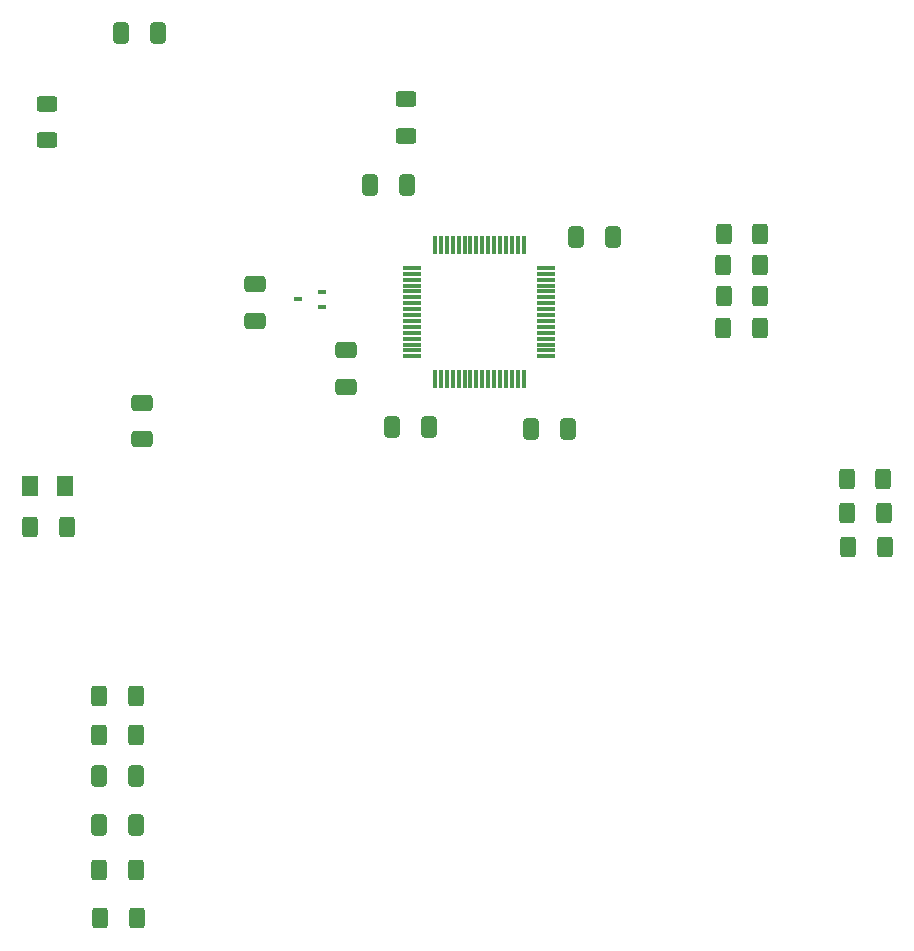
<source format=gbr>
%TF.GenerationSoftware,KiCad,Pcbnew,7.0.10*%
%TF.CreationDate,2024-03-06T16:59:48-05:00*%
%TF.ProjectId,Senior Design,53656e69-6f72-4204-9465-7369676e2e6b,rev?*%
%TF.SameCoordinates,Original*%
%TF.FileFunction,Paste,Top*%
%TF.FilePolarity,Positive*%
%FSLAX46Y46*%
G04 Gerber Fmt 4.6, Leading zero omitted, Abs format (unit mm)*
G04 Created by KiCad (PCBNEW 7.0.10) date 2024-03-06 16:59:48*
%MOMM*%
%LPD*%
G01*
G04 APERTURE LIST*
G04 Aperture macros list*
%AMRoundRect*
0 Rectangle with rounded corners*
0 $1 Rounding radius*
0 $2 $3 $4 $5 $6 $7 $8 $9 X,Y pos of 4 corners*
0 Add a 4 corners polygon primitive as box body*
4,1,4,$2,$3,$4,$5,$6,$7,$8,$9,$2,$3,0*
0 Add four circle primitives for the rounded corners*
1,1,$1+$1,$2,$3*
1,1,$1+$1,$4,$5*
1,1,$1+$1,$6,$7*
1,1,$1+$1,$8,$9*
0 Add four rect primitives between the rounded corners*
20,1,$1+$1,$2,$3,$4,$5,0*
20,1,$1+$1,$4,$5,$6,$7,0*
20,1,$1+$1,$6,$7,$8,$9,0*
20,1,$1+$1,$8,$9,$2,$3,0*%
G04 Aperture macros list end*
%ADD10RoundRect,0.250000X0.650000X-0.412500X0.650000X0.412500X-0.650000X0.412500X-0.650000X-0.412500X0*%
%ADD11RoundRect,0.250000X-0.412500X-0.650000X0.412500X-0.650000X0.412500X0.650000X-0.412500X0.650000X0*%
%ADD12RoundRect,0.250000X0.400000X0.625000X-0.400000X0.625000X-0.400000X-0.625000X0.400000X-0.625000X0*%
%ADD13RoundRect,0.250000X0.412500X0.650000X-0.412500X0.650000X-0.412500X-0.650000X0.412500X-0.650000X0*%
%ADD14RoundRect,0.250001X0.462499X0.624999X-0.462499X0.624999X-0.462499X-0.624999X0.462499X-0.624999X0*%
%ADD15RoundRect,0.250000X-0.625000X0.400000X-0.625000X-0.400000X0.625000X-0.400000X0.625000X0.400000X0*%
%ADD16RoundRect,0.075000X-0.700000X-0.075000X0.700000X-0.075000X0.700000X0.075000X-0.700000X0.075000X0*%
%ADD17RoundRect,0.075000X-0.075000X-0.700000X0.075000X-0.700000X0.075000X0.700000X-0.075000X0.700000X0*%
%ADD18RoundRect,0.250000X-0.650000X0.412500X-0.650000X-0.412500X0.650000X-0.412500X0.650000X0.412500X0*%
%ADD19RoundRect,0.250000X-0.400000X-0.625000X0.400000X-0.625000X0.400000X0.625000X-0.400000X0.625000X0*%
%ADD20R,0.700000X0.450000*%
G04 APERTURE END LIST*
D10*
%TO.C,C10*%
X157750000Y-85952500D03*
X157750000Y-82827500D03*
%TD*%
D11*
%TO.C,C7*%
X136775000Y-123000000D03*
X139900000Y-123000000D03*
%TD*%
D12*
%TO.C,R9*%
X192790000Y-78210000D03*
X189690000Y-78210000D03*
%TD*%
D13*
%TO.C,C9*%
X164725000Y-89300000D03*
X161600000Y-89300000D03*
%TD*%
D11*
%TO.C,C6*%
X136800000Y-118900000D03*
X139925000Y-118900000D03*
%TD*%
D14*
%TO.C,Power1*%
X133950000Y-94300000D03*
X130975000Y-94300000D03*
%TD*%
D11*
%TO.C,C4*%
X177155000Y-73210000D03*
X180280000Y-73210000D03*
%TD*%
D15*
%TO.C,R5*%
X132400000Y-61950000D03*
X132400000Y-65050000D03*
%TD*%
%TO.C,R6*%
X162800000Y-61550000D03*
X162800000Y-64650000D03*
%TD*%
D12*
%TO.C,R3*%
X139930000Y-126830000D03*
X136830000Y-126830000D03*
%TD*%
D10*
%TO.C,C2*%
X149970000Y-80372500D03*
X149970000Y-77247500D03*
%TD*%
D16*
%TO.C,U1*%
X163325000Y-75850000D03*
X163325000Y-76350000D03*
X163325000Y-76850000D03*
X163325000Y-77350000D03*
X163325000Y-77850000D03*
X163325000Y-78350000D03*
X163325000Y-78850000D03*
X163325000Y-79350000D03*
X163325000Y-79850000D03*
X163325000Y-80350000D03*
X163325000Y-80850000D03*
X163325000Y-81350000D03*
X163325000Y-81850000D03*
X163325000Y-82350000D03*
X163325000Y-82850000D03*
X163325000Y-83350000D03*
D17*
X165250000Y-85275000D03*
X165750000Y-85275000D03*
X166250000Y-85275000D03*
X166750000Y-85275000D03*
X167250000Y-85275000D03*
X167750000Y-85275000D03*
X168250000Y-85275000D03*
X168750000Y-85275000D03*
X169250000Y-85275000D03*
X169750000Y-85275000D03*
X170250000Y-85275000D03*
X170750000Y-85275000D03*
X171250000Y-85275000D03*
X171750000Y-85275000D03*
X172250000Y-85275000D03*
X172750000Y-85275000D03*
D16*
X174675000Y-83350000D03*
X174675000Y-82850000D03*
X174675000Y-82350000D03*
X174675000Y-81850000D03*
X174675000Y-81350000D03*
X174675000Y-80850000D03*
X174675000Y-80350000D03*
X174675000Y-79850000D03*
X174675000Y-79350000D03*
X174675000Y-78850000D03*
X174675000Y-78350000D03*
X174675000Y-77850000D03*
X174675000Y-77350000D03*
X174675000Y-76850000D03*
X174675000Y-76350000D03*
X174675000Y-75850000D03*
D17*
X172750000Y-73925000D03*
X172250000Y-73925000D03*
X171750000Y-73925000D03*
X171250000Y-73925000D03*
X170750000Y-73925000D03*
X170250000Y-73925000D03*
X169750000Y-73925000D03*
X169250000Y-73925000D03*
X168750000Y-73925000D03*
X168250000Y-73925000D03*
X167750000Y-73925000D03*
X167250000Y-73925000D03*
X166750000Y-73925000D03*
X166250000Y-73925000D03*
X165750000Y-73925000D03*
X165250000Y-73925000D03*
%TD*%
D18*
%TO.C,C8*%
X140440000Y-87255000D03*
X140440000Y-90380000D03*
%TD*%
D13*
%TO.C,C5*%
X176480000Y-89480000D03*
X173355000Y-89480000D03*
%TD*%
D12*
%TO.C,R1*%
X139900000Y-115390000D03*
X136800000Y-115390000D03*
%TD*%
D11*
%TO.C,C1*%
X138675000Y-56000000D03*
X141800000Y-56000000D03*
%TD*%
D19*
%TO.C,R12*%
X200110000Y-93770000D03*
X203210000Y-93770000D03*
%TD*%
D11*
%TO.C,C3*%
X159735000Y-68860000D03*
X162860000Y-68860000D03*
%TD*%
D12*
%TO.C,R11*%
X192790000Y-73000000D03*
X189690000Y-73000000D03*
%TD*%
D20*
%TO.C,CLOCK1*%
X155650000Y-79170000D03*
X155650000Y-77870000D03*
X153650000Y-78520000D03*
%TD*%
D19*
%TO.C,R14*%
X200230000Y-99470000D03*
X203330000Y-99470000D03*
%TD*%
%TO.C,R13*%
X200170000Y-96640000D03*
X203270000Y-96640000D03*
%TD*%
D12*
%TO.C,R10*%
X192770000Y-75580000D03*
X189670000Y-75580000D03*
%TD*%
%TO.C,R7*%
X134050000Y-97830000D03*
X130950000Y-97830000D03*
%TD*%
%TO.C,R8*%
X192760000Y-80970000D03*
X189660000Y-80970000D03*
%TD*%
%TO.C,R4*%
X140000000Y-130900000D03*
X136900000Y-130900000D03*
%TD*%
%TO.C,R2*%
X139900000Y-112100000D03*
X136800000Y-112100000D03*
%TD*%
M02*

</source>
